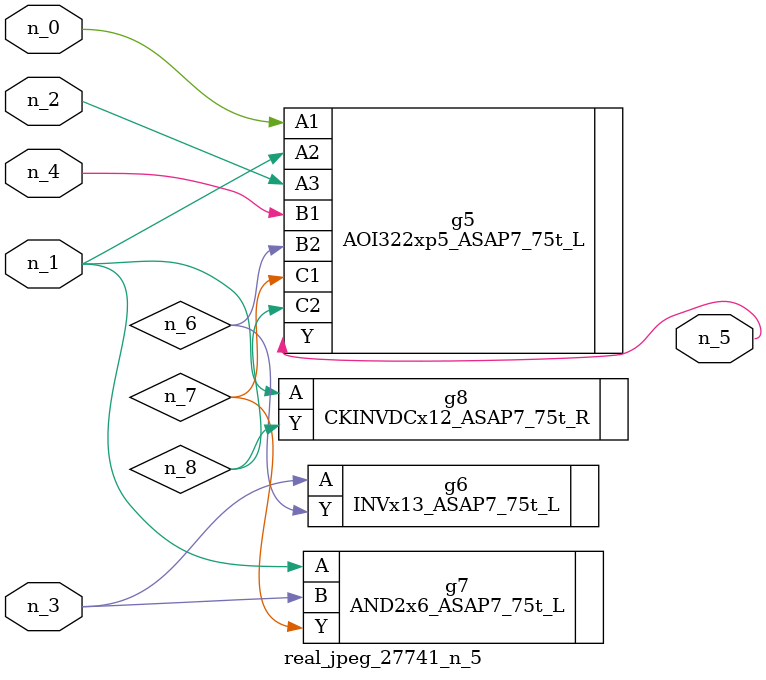
<source format=v>
module real_jpeg_27741_n_5 (n_4, n_0, n_1, n_2, n_3, n_5);

input n_4;
input n_0;
input n_1;
input n_2;
input n_3;

output n_5;

wire n_8;
wire n_6;
wire n_7;

AOI322xp5_ASAP7_75t_L g5 ( 
.A1(n_0),
.A2(n_1),
.A3(n_2),
.B1(n_4),
.B2(n_6),
.C1(n_7),
.C2(n_8),
.Y(n_5)
);

AND2x6_ASAP7_75t_L g7 ( 
.A(n_1),
.B(n_3),
.Y(n_7)
);

CKINVDCx12_ASAP7_75t_R g8 ( 
.A(n_1),
.Y(n_8)
);

INVx13_ASAP7_75t_L g6 ( 
.A(n_3),
.Y(n_6)
);


endmodule
</source>
